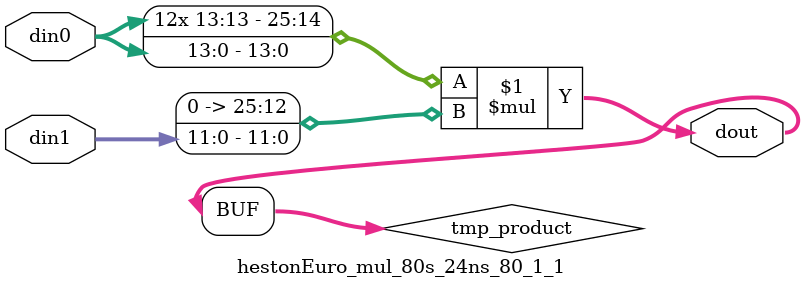
<source format=v>

`timescale 1 ns / 1 ps

  module hestonEuro_mul_80s_24ns_80_1_1(din0, din1, dout);
parameter ID = 1;
parameter NUM_STAGE = 0;
parameter din0_WIDTH = 14;
parameter din1_WIDTH = 12;
parameter dout_WIDTH = 26;

input [din0_WIDTH - 1 : 0] din0; 
input [din1_WIDTH - 1 : 0] din1; 
output [dout_WIDTH - 1 : 0] dout;

wire signed [dout_WIDTH - 1 : 0] tmp_product;












assign tmp_product = $signed(din0) * $signed({1'b0, din1});









assign dout = tmp_product;







endmodule

</source>
